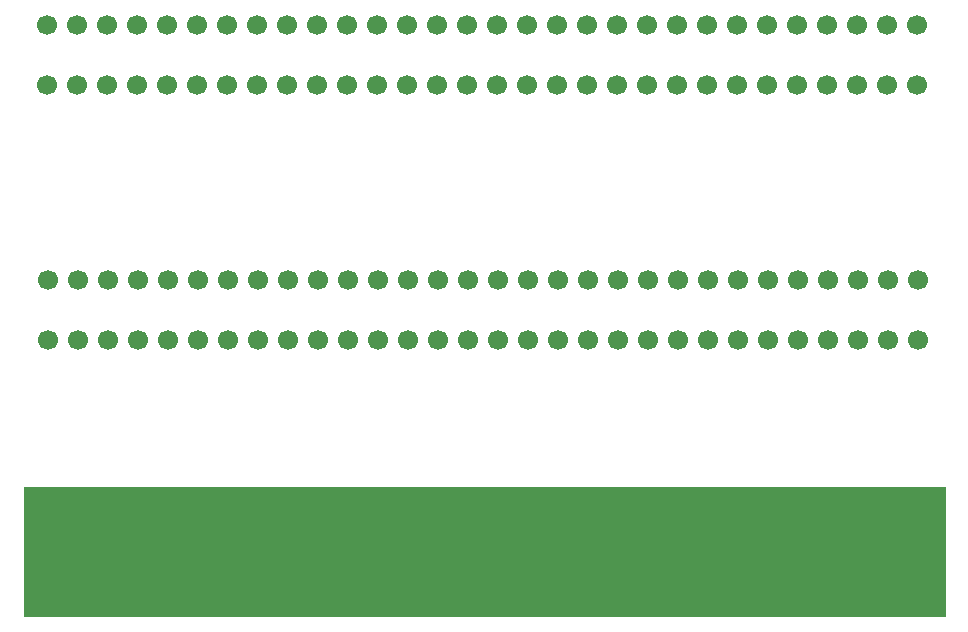
<source format=gts>
G04 #@! TF.GenerationSoftware,KiCad,Pcbnew,7.0.6*
G04 #@! TF.CreationDate,2023-10-15T21:53:03+09:00*
G04 #@! TF.ProjectId,NES_MAmi_Ext,4e45535f-4d41-46d6-995f-4578742e6b69,rev?*
G04 #@! TF.SameCoordinates,Original*
G04 #@! TF.FileFunction,Soldermask,Top*
G04 #@! TF.FilePolarity,Negative*
%FSLAX46Y46*%
G04 Gerber Fmt 4.6, Leading zero omitted, Abs format (unit mm)*
G04 Created by KiCad (PCBNEW 7.0.6) date 2023-10-15 21:53:03*
%MOMM*%
%LPD*%
G01*
G04 APERTURE LIST*
%ADD10C,0.100000*%
%ADD11C,1.700000*%
%ADD12R,1.700000X9.300000*%
G04 APERTURE END LIST*
G04 #@! TO.C,MAMICART1*
D10*
X187400000Y-137758800D02*
X109400000Y-137758800D01*
X109400000Y-126789800D01*
X187400000Y-126789800D01*
X187400000Y-137758800D01*
G36*
X187400000Y-137758800D02*
G01*
X109400000Y-137758800D01*
X109400000Y-126789800D01*
X187400000Y-126789800D01*
X187400000Y-137758800D01*
G37*
G04 #@! TD*
D11*
G04 #@! TO.C,VRC_CART2*
X111500000Y-114369800D03*
X114040000Y-114369800D03*
X116580000Y-114369800D03*
X119120000Y-114369800D03*
X121660000Y-114369800D03*
X124200000Y-114369800D03*
X126740000Y-114369800D03*
X129280000Y-114369800D03*
X131820000Y-114369800D03*
X134360000Y-114369800D03*
X136900000Y-114369800D03*
X139440000Y-114369800D03*
X141980000Y-114369800D03*
X144520000Y-114369800D03*
X147060000Y-114369800D03*
X149600000Y-114369800D03*
X152140000Y-114369800D03*
X154680000Y-114369800D03*
X157220000Y-114369800D03*
X159760000Y-114369800D03*
X162300000Y-114369800D03*
X164840000Y-114369800D03*
X167380000Y-114369800D03*
X169920000Y-114369800D03*
X172460000Y-114369800D03*
X175000000Y-114369800D03*
X177540000Y-114369800D03*
X180080000Y-114369800D03*
X182620000Y-114369800D03*
X185160000Y-114369800D03*
X111500000Y-109289800D03*
X114040000Y-109289800D03*
X116580000Y-109289800D03*
X119120000Y-109289800D03*
X121660000Y-109289800D03*
X124200000Y-109289800D03*
X126740000Y-109289800D03*
X129280000Y-109289800D03*
X131820000Y-109289800D03*
X134360000Y-109289800D03*
X136900000Y-109289800D03*
X139440000Y-109289800D03*
X141980000Y-109289800D03*
X144520000Y-109289800D03*
X147060000Y-109289800D03*
X149600000Y-109289800D03*
X152140000Y-109289800D03*
X154680000Y-109289800D03*
X157220000Y-109289800D03*
X159760000Y-109289800D03*
X162300000Y-109289800D03*
X164840000Y-109289800D03*
X167380000Y-109289800D03*
X169920000Y-109289800D03*
X172460000Y-109289800D03*
X175000000Y-109289800D03*
X177540000Y-109289800D03*
X180080000Y-109289800D03*
X182620000Y-109289800D03*
X185160000Y-109289800D03*
G04 #@! TD*
D12*
G04 #@! TO.C,MAMICART1*
X111570000Y-131789800D03*
X114110000Y-131789800D03*
X116650000Y-131789800D03*
X119190000Y-131789800D03*
X121730000Y-131789800D03*
X124270000Y-131789800D03*
X126810000Y-131789800D03*
X129350000Y-131789800D03*
X131890000Y-131789800D03*
X134430000Y-131789800D03*
X136970000Y-131789800D03*
X139510000Y-131789800D03*
X142050000Y-131789800D03*
X144590000Y-131789800D03*
X147130000Y-131789800D03*
X149670000Y-131789800D03*
X152210000Y-131789800D03*
X154750000Y-131789800D03*
X157290000Y-131789800D03*
X159830000Y-131789800D03*
X162370000Y-131789800D03*
X164910000Y-131789800D03*
X167450000Y-131789800D03*
X169990000Y-131789800D03*
X172530000Y-131789800D03*
X175070000Y-131789800D03*
X177610000Y-131789800D03*
X180150000Y-131789800D03*
X182690000Y-131789800D03*
X185230000Y-131789800D03*
G04 #@! TD*
D11*
G04 #@! TO.C,VRC_CART1*
X111400000Y-92789800D03*
X113940000Y-92789800D03*
X116480000Y-92789800D03*
X119020000Y-92789800D03*
X121560000Y-92789800D03*
X124100000Y-92789800D03*
X126640000Y-92789800D03*
X129180000Y-92789800D03*
X131720000Y-92789800D03*
X134260000Y-92789800D03*
X136800000Y-92789800D03*
X139340000Y-92789800D03*
X141880000Y-92789800D03*
X144420000Y-92789800D03*
X146960000Y-92789800D03*
X149500000Y-92789800D03*
X152040000Y-92789800D03*
X154580000Y-92789800D03*
X157120000Y-92789800D03*
X159660000Y-92789800D03*
X162200000Y-92789800D03*
X164740000Y-92789800D03*
X167280000Y-92789800D03*
X169820000Y-92789800D03*
X172360000Y-92789800D03*
X174900000Y-92789800D03*
X177440000Y-92789800D03*
X179980000Y-92789800D03*
X182520000Y-92789800D03*
X185060000Y-92789800D03*
X111400000Y-87709800D03*
X113940000Y-87709800D03*
X116480000Y-87709800D03*
X119020000Y-87709800D03*
X121560000Y-87709800D03*
X124100000Y-87709800D03*
X126640000Y-87709800D03*
X129180000Y-87709800D03*
X131720000Y-87709800D03*
X134260000Y-87709800D03*
X136800000Y-87709800D03*
X139340000Y-87709800D03*
X141880000Y-87709800D03*
X144420000Y-87709800D03*
X146960000Y-87709800D03*
X149500000Y-87709800D03*
X152040000Y-87709800D03*
X154580000Y-87709800D03*
X157120000Y-87709800D03*
X159660000Y-87709800D03*
X162200000Y-87709800D03*
X164740000Y-87709800D03*
X167280000Y-87709800D03*
X169820000Y-87709800D03*
X172360000Y-87709800D03*
X174900000Y-87709800D03*
X177440000Y-87709800D03*
X179980000Y-87709800D03*
X182520000Y-87709800D03*
X185060000Y-87709800D03*
G04 #@! TD*
M02*

</source>
